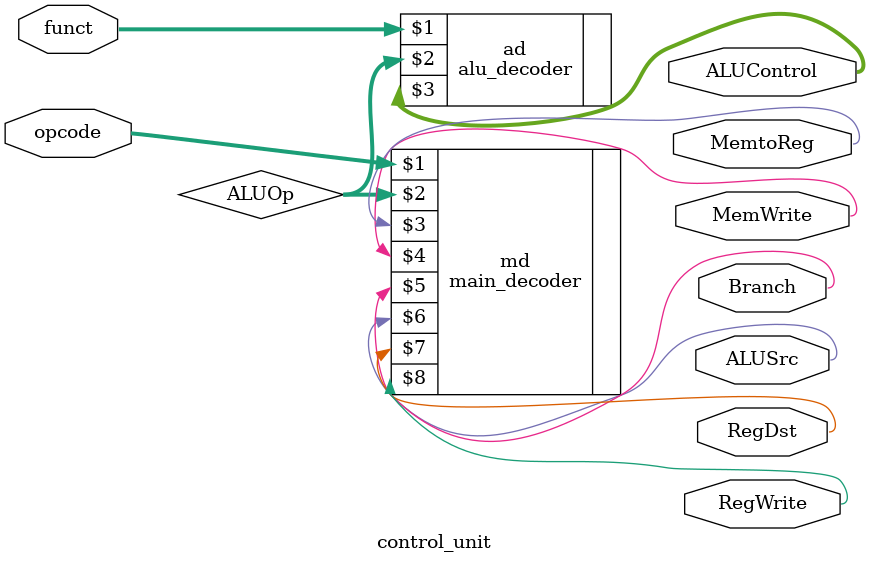
<source format=v>
module control_unit(
	input [5:0] opcode, funct,
	output MemtoReg, MemWrite, Branch, ALUSrc, RegDst, RegWrite,
 	output [2:0] ALUControl
);

	wire [1:0] ALUOp;

	main_decoder md(opcode, ALUOp, MemtoReg, MemWrite, Branch, ALUSrc, RegDst, RegWrite);
	alu_decoder ad(funct, ALUOp, ALUControl);

endmodule
</source>
